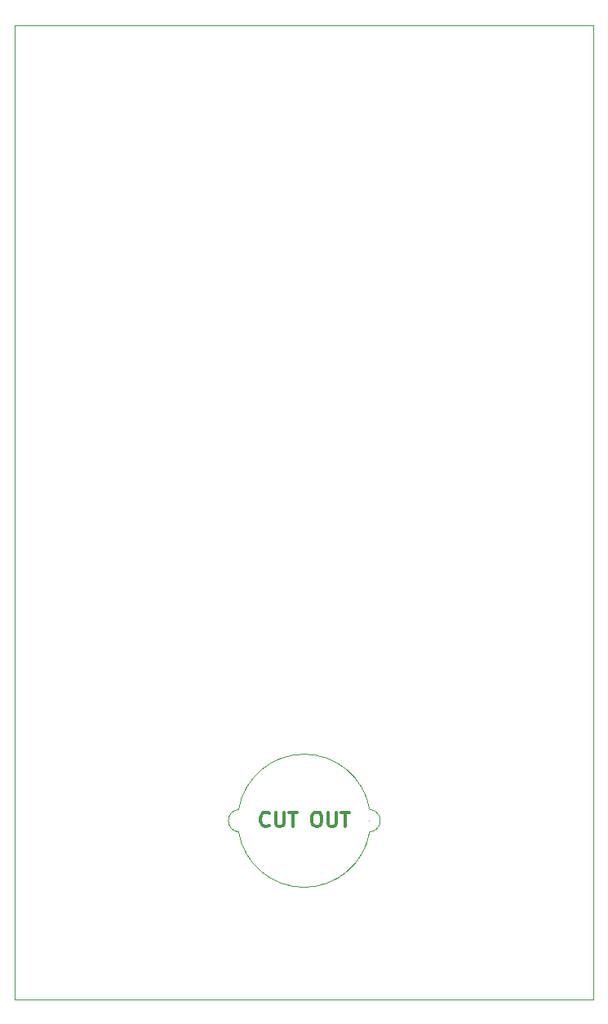
<source format=gko>
G04 (created by PCBNEW (2013-07-07 BZR 4022)-stable) date 7/8/2014 5:22:45 PM*
%MOIN*%
G04 Gerber Fmt 3.4, Leading zero omitted, Abs format*
%FSLAX34Y34*%
G01*
G70*
G90*
G04 APERTURE LIST*
%ADD10C,0.00590551*%
%ADD11C,0.011811*%
%ADD12C,0.00393701*%
G04 APERTURE END LIST*
G54D10*
G54D11*
X77320Y-56285D02*
X77291Y-56313D01*
X77207Y-56341D01*
X77151Y-56341D01*
X77066Y-56313D01*
X77010Y-56257D01*
X76982Y-56200D01*
X76954Y-56088D01*
X76954Y-56003D01*
X76982Y-55891D01*
X77010Y-55835D01*
X77066Y-55778D01*
X77151Y-55750D01*
X77207Y-55750D01*
X77291Y-55778D01*
X77320Y-55807D01*
X77573Y-55750D02*
X77573Y-56228D01*
X77601Y-56285D01*
X77629Y-56313D01*
X77685Y-56341D01*
X77798Y-56341D01*
X77854Y-56313D01*
X77882Y-56285D01*
X77910Y-56228D01*
X77910Y-55750D01*
X78107Y-55750D02*
X78444Y-55750D01*
X78276Y-56341D02*
X78276Y-55750D01*
X79204Y-55750D02*
X79316Y-55750D01*
X79372Y-55778D01*
X79429Y-55835D01*
X79457Y-55947D01*
X79457Y-56144D01*
X79429Y-56257D01*
X79372Y-56313D01*
X79316Y-56341D01*
X79204Y-56341D01*
X79147Y-56313D01*
X79091Y-56257D01*
X79063Y-56144D01*
X79063Y-55947D01*
X79091Y-55835D01*
X79147Y-55778D01*
X79204Y-55750D01*
X79710Y-55750D02*
X79710Y-56228D01*
X79738Y-56285D01*
X79766Y-56313D01*
X79822Y-56341D01*
X79935Y-56341D01*
X79991Y-56313D01*
X80019Y-56285D01*
X80047Y-56228D01*
X80047Y-55750D01*
X80244Y-55750D02*
X80582Y-55750D01*
X80413Y-56341D02*
X80413Y-55750D01*
G54D12*
X81430Y-56560D02*
G75*
G03X81850Y-56102I-40J458D01*
G74*
G01*
X81390Y-56102D02*
G75*
G02X81390Y-56102I0J0D01*
G74*
G01*
X76062Y-56560D02*
G75*
G02X75642Y-56102I40J458D01*
G74*
G01*
X76062Y-55643D02*
G75*
G03X75642Y-56102I40J-458D01*
G74*
G01*
X81417Y-56560D02*
G75*
G02X78740Y-58818I-2677J457D01*
G74*
G01*
X76062Y-55644D02*
G75*
G02X78740Y-53385I2677J-457D01*
G74*
G01*
X76062Y-56560D02*
G75*
G03X78740Y-58818I2677J457D01*
G74*
G01*
X81430Y-55643D02*
G75*
G02X81850Y-56102I-40J-458D01*
G74*
G01*
X81417Y-55644D02*
G75*
G03X78740Y-53385I-2677J-457D01*
G74*
G01*
X66929Y-23622D02*
X90551Y-23622D01*
X90551Y-23622D02*
X90551Y-63385D01*
X66929Y-63385D02*
X90551Y-63385D01*
X66929Y-23622D02*
X66929Y-63385D01*
M02*

</source>
